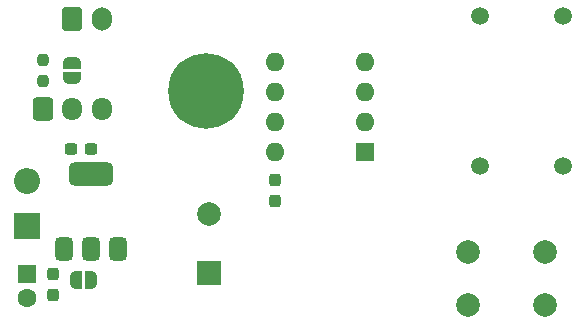
<source format=gbr>
%TF.GenerationSoftware,KiCad,Pcbnew,8.0.4-1.fc40*%
%TF.CreationDate,2024-08-13T21:32:43-05:00*%
%TF.ProjectId,K9QW_ATTiny_CW_Keyer,4b395157-5f41-4545-9469-6e795f43575f,rev?*%
%TF.SameCoordinates,Original*%
%TF.FileFunction,Soldermask,Bot*%
%TF.FilePolarity,Negative*%
%FSLAX46Y46*%
G04 Gerber Fmt 4.6, Leading zero omitted, Abs format (unit mm)*
G04 Created by KiCad (PCBNEW 8.0.4-1.fc40) date 2024-08-13 21:32:43*
%MOMM*%
%LPD*%
G01*
G04 APERTURE LIST*
G04 Aperture macros list*
%AMRoundRect*
0 Rectangle with rounded corners*
0 $1 Rounding radius*
0 $2 $3 $4 $5 $6 $7 $8 $9 X,Y pos of 4 corners*
0 Add a 4 corners polygon primitive as box body*
4,1,4,$2,$3,$4,$5,$6,$7,$8,$9,$2,$3,0*
0 Add four circle primitives for the rounded corners*
1,1,$1+$1,$2,$3*
1,1,$1+$1,$4,$5*
1,1,$1+$1,$6,$7*
1,1,$1+$1,$8,$9*
0 Add four rect primitives between the rounded corners*
20,1,$1+$1,$2,$3,$4,$5,0*
20,1,$1+$1,$4,$5,$6,$7,0*
20,1,$1+$1,$6,$7,$8,$9,0*
20,1,$1+$1,$8,$9,$2,$3,0*%
%AMFreePoly0*
4,1,19,0.500000,-0.750000,0.000000,-0.750000,0.000000,-0.744911,-0.071157,-0.744911,-0.207708,-0.704816,-0.327430,-0.627875,-0.420627,-0.520320,-0.479746,-0.390866,-0.500000,-0.250000,-0.500000,0.250000,-0.479746,0.390866,-0.420627,0.520320,-0.327430,0.627875,-0.207708,0.704816,-0.071157,0.744911,0.000000,0.744911,0.000000,0.750000,0.500000,0.750000,0.500000,-0.750000,0.500000,-0.750000,
$1*%
%AMFreePoly1*
4,1,19,0.000000,0.744911,0.071157,0.744911,0.207708,0.704816,0.327430,0.627875,0.420627,0.520320,0.479746,0.390866,0.500000,0.250000,0.500000,-0.250000,0.479746,-0.390866,0.420627,-0.520320,0.327430,-0.627875,0.207708,-0.704816,0.071157,-0.744911,0.000000,-0.744911,0.000000,-0.750000,-0.500000,-0.750000,-0.500000,0.750000,0.000000,0.750000,0.000000,0.744911,0.000000,0.744911,
$1*%
G04 Aperture macros list end*
%ADD10R,2.200000X2.200000*%
%ADD11O,2.200000X2.200000*%
%ADD12C,2.000000*%
%ADD13R,2.000000X2.000000*%
%ADD14C,1.500000*%
%ADD15RoundRect,0.375000X0.375000X-0.625000X0.375000X0.625000X-0.375000X0.625000X-0.375000X-0.625000X0*%
%ADD16RoundRect,0.500000X1.400000X-0.500000X1.400000X0.500000X-1.400000X0.500000X-1.400000X-0.500000X0*%
%ADD17RoundRect,0.237500X0.300000X0.237500X-0.300000X0.237500X-0.300000X-0.237500X0.300000X-0.237500X0*%
%ADD18O,1.700000X1.950000*%
%ADD19RoundRect,0.250000X-0.600000X-0.725000X0.600000X-0.725000X0.600000X0.725000X-0.600000X0.725000X0*%
%ADD20RoundRect,0.237500X0.237500X-0.250000X0.237500X0.250000X-0.237500X0.250000X-0.237500X-0.250000X0*%
%ADD21RoundRect,0.237500X-0.237500X0.300000X-0.237500X-0.300000X0.237500X-0.300000X0.237500X0.300000X0*%
%ADD22C,3.600000*%
%ADD23C,6.400000*%
%ADD24O,1.700000X2.000000*%
%ADD25RoundRect,0.250000X-0.600000X-0.750000X0.600000X-0.750000X0.600000X0.750000X-0.600000X0.750000X0*%
%ADD26FreePoly0,0.000000*%
%ADD27FreePoly1,0.000000*%
%ADD28O,1.600000X1.600000*%
%ADD29R,1.600000X1.600000*%
%ADD30C,1.600000*%
%ADD31FreePoly1,90.000000*%
%ADD32FreePoly0,90.000000*%
G04 APERTURE END LIST*
D10*
%TO.C,D1*%
X130403600Y-108966000D03*
D11*
X130403600Y-105156000D03*
%TD*%
D12*
%TO.C,BZ1*%
X145796000Y-107928400D03*
D13*
X145796000Y-112928400D03*
%TD*%
D14*
%TO.C,J2*%
X175768000Y-91186000D03*
X168768000Y-91186000D03*
%TD*%
%TO.C,J3*%
X175768000Y-103886000D03*
X168768000Y-103886000D03*
%TD*%
D15*
%TO.C,U2*%
X133539200Y-110846400D03*
D16*
X135839200Y-104546400D03*
D15*
X135839200Y-110846400D03*
X138139200Y-110846400D03*
%TD*%
D17*
%TO.C,C4*%
X134126300Y-102438600D03*
X135851300Y-102438600D03*
%TD*%
D18*
%TO.C,SW1*%
X136739000Y-99043000D03*
X134239000Y-99043000D03*
D19*
X131739000Y-99043000D03*
%TD*%
D20*
%TO.C,R1*%
X131749800Y-96670500D03*
X131749800Y-94845500D03*
%TD*%
D21*
%TO.C,C1*%
X151409400Y-105054400D03*
X151409400Y-106779400D03*
%TD*%
%TO.C,C3*%
X132638800Y-113031100D03*
X132638800Y-114756100D03*
%TD*%
D22*
%TO.C,J4*%
X145593000Y-97536000D03*
D23*
X145593000Y-97536000D03*
%TD*%
D24*
%TO.C,J1*%
X136759000Y-91423000D03*
D25*
X134259000Y-91423000D03*
%TD*%
D26*
%TO.C,JP3*%
X134528800Y-113487200D03*
D27*
X135828800Y-113487200D03*
%TD*%
D12*
%TO.C,SW2*%
X167742800Y-111161000D03*
X174242800Y-111161000D03*
X167742800Y-115661000D03*
X174242800Y-115661000D03*
%TD*%
D28*
%TO.C,U1*%
X151401000Y-102688400D03*
X151401000Y-100148400D03*
X151401000Y-97608400D03*
X151401000Y-95068400D03*
X159021000Y-95068400D03*
X159021000Y-97608400D03*
X159021000Y-100148400D03*
D29*
X159021000Y-102688400D03*
%TD*%
D30*
%TO.C,C2*%
X130403600Y-115040088D03*
D29*
X130403600Y-113040088D03*
%TD*%
D31*
%TO.C,JP1*%
X134239000Y-95108000D03*
D32*
X134239000Y-96408000D03*
%TD*%
M02*

</source>
